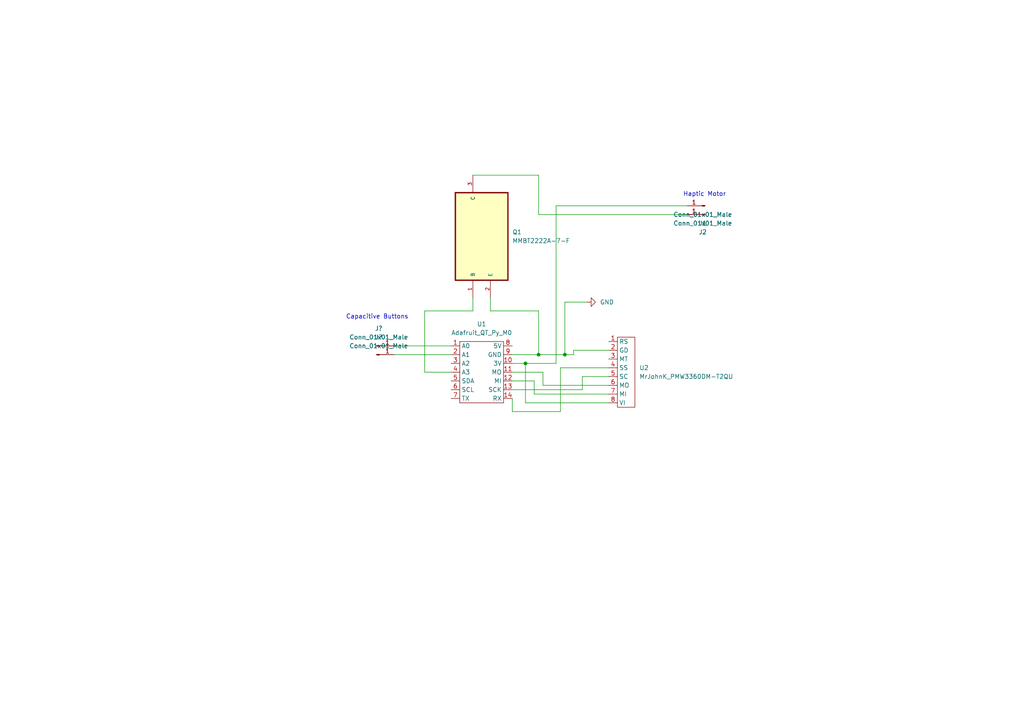
<source format=kicad_sch>
(kicad_sch (version 20211123) (generator eeschema)
  (paper "A4")
  (title_block (title "Claw Trackball") (date "2022-11-10") (rev "v01") (comment 1 "Author: Jim Palmer") (comment 2 "License: MIT"))
  (lib_symbols
    (symbol "Adafruit QT Py M0:Adafruit_QT_Py_M0"
      (property "Reference" "U" (at 0 10.16 0))
      (property "Value" "Adafruit_QT_Py_M0" (at 0 -10.16 0))
      (symbol "Adafruit_QT_Py_M0_0_1"
        (rectangle (start -6.35 8.89) (end 6.35 -8.89))
      )
      (symbol "Adafruit_QT_Py_M0_1_1"
        (pin input line (at -8.89 7.62 0) (length 2.54) (name "A0") (number "1"))
        (pin power_out line (at 8.89 2.54 180) (length 2.54) (name "3V") (number "10"))
        (pin input line (at 8.89 0 180) (length 2.54) (name "MO") (number "11"))
        (pin input line (at 8.89 -2.54 180) (length 2.54) (name "MI") (number "12"))
        (pin input line (at 8.89 -5.08 180) (length 2.54) (name "SCK") (number "13"))
        (pin input line (at 8.89 -7.62 180) (length 2.54) (name "RX") (number "14"))
        (pin input line (at -8.89 5.08 0) (length 2.54) (name "A1") (number "2"))
        (pin input line (at -8.89 2.54 0) (length 2.54) (name "A2") (number "3"))
        (pin input line (at -8.89 0 0) (length 2.54) (name "A3") (number "4"))
        (pin input line (at -8.89 -2.54 0) (length 2.54) (name "SDA") (number "5"))
        (pin input line (at -8.89 -5.08 0) (length 2.54) (name "SCL") (number "6"))
        (pin input line (at -8.89 -7.62 0) (length 2.54) (name "TX") (number "7"))
        (pin power_out line (at 8.89 7.62 180) (length 2.54) (name "5V") (number "8"))
        (pin input line (at 8.89 5.08 180) (length 2.54) (name "GND") (number "9"))
      )
    )
    (symbol "Adafruit QT Py M0:MrJohnK_PMW3360DM-T2QU"
      (property "Reference" "U" (at 0 11.43 0))
      (property "Value" "MrJohnK_PMW3360DM-T2QU" (at 3.81 0 90))
      (symbol "MrJohnK_PMW3360DM-T2QU_0_1"
        (rectangle (start -2.54 10.16) (end 2.54 -10.16))
      )
      (symbol "MrJohnK_PMW3360DM-T2QU_1_1"
        (pin input line (at -5.08 8.89 0) (length 2.54) (name "RS") (number "1"))
        (pin input line (at -5.08 6.35 0) (length 2.54) (name "GD") (number "2"))
        (pin input line (at -5.08 3.81 0) (length 2.54) (name "MT") (number "3"))
        (pin input line (at -5.08 1.27 0) (length 2.54) (name "SS") (number "4"))
        (pin input line (at -5.08 -1.27 0) (length 2.54) (name "SC") (number "5"))
        (pin input line (at -5.08 -3.81 0) (length 2.54) (name "MO") (number "6"))
        (pin input line (at -5.08 -6.35 0) (length 2.54) (name "MI") (number "7"))
        (pin power_in line (at -5.08 -8.89 0) (length 2.54) (name "VI") (number "8"))
      )
    )
    (symbol "Connector:Conn_01x01_Male" (pin_names (offset 1.016) hide)
      (property "Reference" "J" (at 0 2.54 0))
      (property "Value" "Conn_01x01_Male" (at 0 -2.54 0))
      (symbol "Conn_01x01_Male_1_1"
        (polyline (pts (xy 1.27 0) (xy 0.8636 0)) (stroke (width 0.1524)))
        (rectangle (start 0.8636 0.127) (end 0 -0.127) (stroke (width 0.1524)) (fill (type outline)))
        (pin passive line (at 5.08 0 180) (length 3.81) (name "Pin_1") (number "1"))
      )
    )
    (symbol "MMBT2222A-7-F:MMBT2222A-7-F" (pin_names (offset 1.016))
      (property "Reference" "Q" (at -8.89 6.35 0))
      (property "Value" "MMBT2222A-7-F" (at -3.2766 -14.8336 0))
      (symbol "MMBT2222A-7-F_0_0"
        (rectangle (start -12.7 -10.16) (end 12.7 5.08) (stroke (width 0.4064)) (fill (type background)))
        (pin input line (at -17.78 0 0) (length 5.08) (name "B") (number "1"))
        (pin passive line (at -17.78 -5.08 0) (length 5.08) (name "E") (number "2"))
        (pin output line (at 17.78 0 180) (length 5.08) (name "C") (number "3"))
      )
    )
    (symbol "power:GND" (power) (pin_names (offset 0))
      (property "Value" "GND" (at 0 -3.81 0))
      (symbol "GND_0_1"
        (polyline (pts (xy 0 0) (xy 0 -1.27) (xy 1.27 -1.27) (xy 0 -2.54) (xy -1.27 -1.27) (xy 0 -1.27)))
      )
      (symbol "GND_1_1"
        (pin power_in line (at 0 0 270) (length 0) hide (name "GND") (number "1"))
      )
    )
  )
  (junction (at 152.4 105.41))
  (junction (at 163.83 102.87))
  (junction (at 156.21 102.87))
  (wire (pts (xy 176.53 114.3) (xy 154.94 114.3)))
  (wire (pts (xy 137.16 86.36) (xy 137.16 90.17)))
  (wire (pts (xy 148.59 105.41) (xy 152.4 105.41)))
  (wire (pts (xy 114.3 102.87) (xy 130.81 102.87)))
  (wire (pts (xy 176.53 111.76) (xy 157.48 111.76)))
  (wire (pts (xy 156.21 90.17) (xy 156.21 102.87)))
  (wire (pts (xy 142.24 90.17) (xy 156.21 90.17)))
  (wire (pts (xy 152.4 116.84) (xy 152.4 105.41)))
  (wire (pts (xy 176.53 116.84) (xy 152.4 116.84)))
  (wire (pts (xy 156.21 50.8) (xy 156.21 62.23)))
  (wire (pts (xy 163.83 87.63) (xy 163.83 102.87)))
  (wire (pts (xy 114.3 100.33) (xy 130.81 100.33)))
  (wire (pts (xy 176.53 109.22) (xy 168.91 109.22)))
  (wire (pts (xy 170.18 87.63) (xy 163.83 87.63)))
  (wire (pts (xy 163.83 102.87) (xy 166.37 102.87)))
  (wire (pts (xy 123.19 90.17) (xy 137.16 90.17)))
  (wire (pts (xy 168.91 109.22) (xy 168.91 113.03)))
  (wire (pts (xy 152.4 105.41) (xy 161.29 105.41)))
  (wire (pts (xy 148.59 113.03) (xy 168.91 113.03)))
  (wire (pts (xy 156.21 102.87) (xy 163.83 102.87)))
  (wire (pts (xy 123.19 107.95) (xy 130.81 107.95)))
  (wire (pts (xy 162.56 106.68) (xy 162.56 119.38)))
  (wire (pts (xy 162.56 119.38) (xy 148.59 119.38)))
  (wire (pts (xy 156.21 62.23) (xy 199.39 62.23)))
  (wire (pts (xy 157.48 111.76) (xy 157.48 107.95)))
  (wire (pts (xy 161.29 59.69) (xy 161.29 105.41)))
  (wire (pts (xy 161.29 59.69) (xy 199.39 59.69)))
  (wire (pts (xy 148.59 110.49) (xy 154.94 110.49)))
  (wire (pts (xy 148.59 107.95) (xy 157.48 107.95)))
  (wire (pts (xy 148.59 115.57) (xy 148.59 119.38)))
  (wire (pts (xy 123.19 107.95) (xy 123.19 90.17)))
  (wire (pts (xy 148.59 102.87) (xy 156.21 102.87)))
  (wire (pts (xy 166.37 101.6) (xy 166.37 102.87)))
  (wire (pts (xy 154.94 114.3) (xy 154.94 110.49)))
  (wire (pts (xy 176.53 106.68) (xy 162.56 106.68)))
  (wire (pts (xy 142.24 86.36) (xy 142.24 90.17)))
  (wire (pts (xy 137.16 50.8) (xy 156.21 50.8)))
  (wire (pts (xy 176.53 101.6) (xy 166.37 101.6)))
  (text "Capacitive Buttons" (at 100.33 92.71 0) (effects (font (size 1.27 1.27)) (justify left bottom)))
  (text "Haptic Motor" (at 198.12 57.15 0) (effects (font (size 1.27 1.27)) (justify left bottom)))
  (symbol (lib_id "Adafruit QT Py M0:Adafruit_QT_Py_M0") (at 139.7 107.95 0) (unit 1)
    (property "Reference" "U1" (at 139.7 93.98 0))
    (property "Value" "Adafruit_QT_Py_M0" (at 139.7 96.52 0))
    (property "Footprint" "Trackball:Adafruit_QT_PY_M0" (effects hide))
  )
  (symbol (lib_id "MMBT2222A-7-F:MMBT2222A-7-F") (at 137.16 68.58 90) (unit 1)
    (property "Reference" "Q1" (at 148.59 67.3099 90) (effects (justify right)))
    (property "Value" "MMBT2222A-7-F" (at 148.59 69.8499 90) (effects (justify right)))
    (property "Footprint" "Trackball:MMBT2222A-7-F" (effects hide))
    (property "SUPPLIER" "DIODES INC." (effects hide))
    (property "OC_FARNELL" "1773626" (effects hide))
    (property "OC_NEWARK" "51R6809" (effects hide))
    (property "PACKAGE" "SOT-23-3" (effects hide))
    (property "MPN" "MMBT2222A-7-F" (effects hide))
  )
  (symbol (lib_id "Connector:Conn_01x01_Male") (at 204.47 62.23 180) (unit 1)
    (property "Reference" "J2" (at 203.835 67.31 0))
    (property "Value" "Conn_01x01_Male" (at 203.835 64.77 0))
    (property "Footprint" "Connector_Wire:SolderWirePad_1x01_SMD_1x2mm" (effects hide))
  )
  (symbol (lib_id "Connector:Conn_01x01_Male") (at 109.22 100.33 0) (unit 1)
    (property "Reference" "J?" (at 109.855 95.25 0))
    (property "Value" "Conn_01x01_Male" (at 109.855 97.79 0))
    (property "Footprint" "Connector_Wire:SolderWirePad_1x01_SMD_1x2mm" (effects hide))
  )
  (symbol (lib_id "Adafruit QT Py M0:MrJohnK_PMW3360DM-T2QU") (at 181.61 107.95 0) (unit 1)
    (property "Reference" "U2" (at 185.42 106.6799 0) (effects (justify left)))
    (property "Value" "MrJohnK_PMW3360DM-T2QU" (at 185.42 109.2199 0) (effects (justify left)))
    (property "Footprint" "Trackball:MrJohnK_PMW3360DM-T2QU" (effects hide))
  )
  (symbol (lib_id "Connector:Conn_01x01_Male") (at 204.47 59.69 180) (unit 1)
    (property "Reference" "J1" (at 203.835 64.77 0))
    (property "Value" "Conn_01x01_Male" (at 203.835 62.23 0))
    (property "Footprint" "Connector_Wire:SolderWirePad_1x01_SMD_1x2mm" (effects hide))
  )
  (symbol (lib_id "Connector:Conn_01x01_Male") (at 109.22 102.87 0) (unit 1)
    (property "Reference" "J?" (at 109.855 97.79 0))
    (property "Value" "Conn_01x01_Male" (at 109.855 100.33 0))
    (property "Footprint" "Connector_Wire:SolderWirePad_1x01_SMD_1x2mm" (effects hide))
  )
  (symbol (lib_id "power:GND") (at 170.18 87.63 90) (unit 1)
    (property "Reference" "#PWR01" (effects hide))
    (property "Value" "GND" (at 173.99 87.6299 90) (effects (justify right)))
  )
)
</source>
